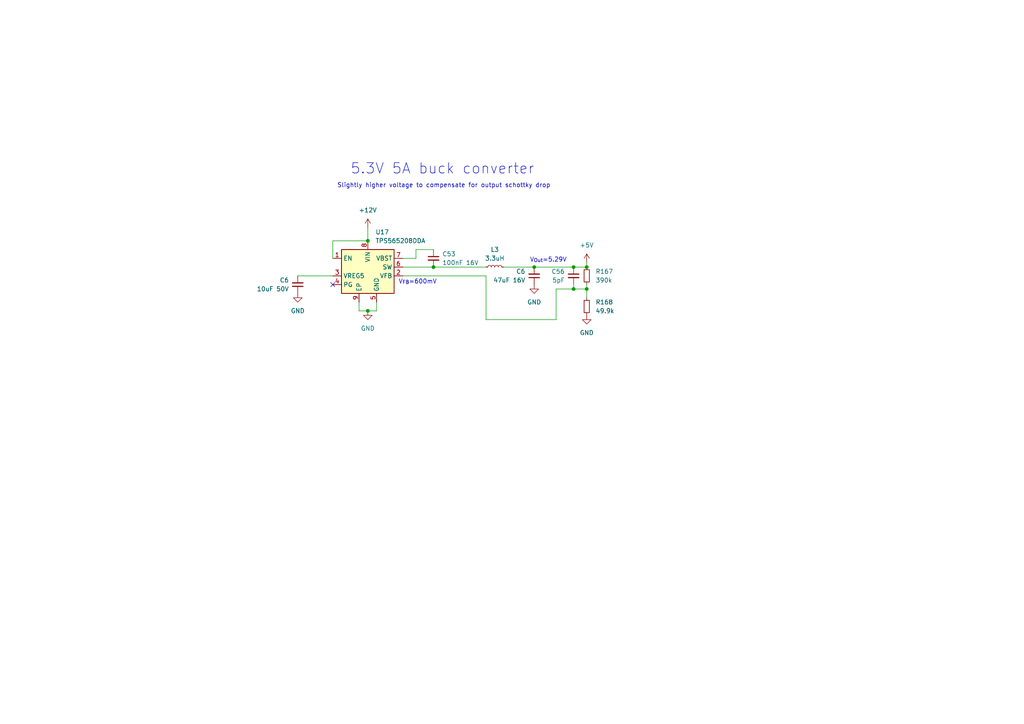
<source format=kicad_sch>
(kicad_sch (version 20230121) (generator eeschema)
  (paper "A4")
  (lib_symbols
    (symbol "Device:C_Small" (pin_numbers hide) (pin_names (offset 0.254) hide)
      (property "Reference" "C" (at 0.254 1.778 0))
      (property "Value" "C_Small" (at 0.254 -2.032 0))
      (symbol "C_Small_0_1"
        (polyline (pts (xy -1.524 -0.508) (xy 1.524 -0.508)) (stroke (width 0.3302)))
        (polyline (pts (xy -1.524 0.508) (xy 1.524 0.508)) (stroke (width 0.3048)))
      )
      (symbol "C_Small_1_1"
        (pin passive line (at 0 2.54 270) (length 2.032) (name "~") (number "1"))
        (pin passive line (at 0 -2.54 90) (length 2.032) (name "~") (number "2"))
      )
    )
    (symbol "Device:L_Small" (pin_numbers hide) (pin_names (offset 0.254) hide)
      (property "Reference" "L" (at 0.762 1.016 0))
      (property "Value" "L_Small" (at 0.762 -1.016 0))
      (symbol "L_Small_0_1"
        (arc (start 0 -2.032) (mid 0.5058 -1.524) (end 0 -1.016))
        (arc (start 0 -1.016) (mid 0.5058 -0.508) (end 0 0))
        (arc (start 0 0) (mid 0.5058 0.508) (end 0 1.016))
        (arc (start 0 1.016) (mid 0.5058 1.524) (end 0 2.032))
      )
      (symbol "L_Small_1_1"
        (pin passive line (at 0 2.54 270) (length 0.508) (name "~") (number "1"))
        (pin passive line (at 0 -2.54 90) (length 0.508) (name "~") (number "2"))
      )
    )
    (symbol "Device:R_Small" (pin_numbers hide) (pin_names (offset 0.254) hide)
      (property "Reference" "R" (at 0.762 0.508 0))
      (property "Value" "R_Small" (at 0.762 -1.016 0))
      (symbol "R_Small_0_1"
        (rectangle (start -0.762 1.778) (end 0.762 -1.778) (stroke (width 0.2032)))
      )
      (symbol "R_Small_1_1"
        (pin passive line (at 0 2.54 270) (length 0.762) (name "~") (number "1"))
        (pin passive line (at 0 -2.54 90) (length 0.762) (name "~") (number "2"))
      )
    )
    (symbol "Uli-RegSw:TPS565208DDA"
      (property "Reference" "U" (at -7.62 6.35 0))
      (property "Value" "TPS565208DDA" (at 2.54 6.35 0))
      (symbol "TPS565208DDA_0_1"
        (rectangle (start -7.62 5.08) (end 7.62 -7.62) (stroke (width 0.254)) (fill (type background)))
      )
      (symbol "TPS565208DDA_1_0"
        (pin output line (at -10.16 -2.54 0) (length 2.54) (name "VREG5") (number "3"))
        (pin open_collector line (at -10.16 -5.08 0) (length 2.54) (name "PG") (number "4"))
        (pin power_in line (at -2.54 -10.16 90) (length 2.54) (name "EP") (number "9"))
      )
      (symbol "TPS565208DDA_1_1"
        (pin input line (at -10.16 2.54 0) (length 2.54) (name "EN") (number "1"))
        (pin input line (at 10.16 -2.54 180) (length 2.54) (name "VFB") (number "2"))
        (pin power_in line (at 2.54 -10.16 90) (length 2.54) (name "GND") (number "5"))
        (pin output line (at 10.16 0 180) (length 2.54) (name "SW") (number "6"))
        (pin passive line (at 10.16 2.54 180) (length 2.54) (name "VBST") (number "7"))
        (pin power_in line (at 0 7.62 270) (length 2.54) (name "VIN") (number "8"))
      )
    )
    (symbol "power:+12V" (power) (pin_names (offset 0))
      (property "Value" "+12V" (at 0 3.556 0))
      (symbol "+12V_0_1"
        (polyline (pts (xy -0.762 1.27) (xy 0 2.54)))
        (polyline (pts (xy 0 0) (xy 0 2.54)))
        (polyline (pts (xy 0 2.54) (xy 0.762 1.27)))
      )
      (symbol "+12V_1_1"
        (pin power_in line (at 0 0 90) (length 0) hide (name "+12V") (number "1"))
      )
    )
    (symbol "power:+5V" (power) (pin_names (offset 0))
      (property "Value" "+5V" (at 0 3.556 0))
      (symbol "+5V_0_1"
        (polyline (pts (xy -0.762 1.27) (xy 0 2.54)))
        (polyline (pts (xy 0 0) (xy 0 2.54)))
        (polyline (pts (xy 0 2.54) (xy 0.762 1.27)))
      )
      (symbol "+5V_1_1"
        (pin power_in line (at 0 0 90) (length 0) hide (name "+5V") (number "1"))
      )
    )
    (symbol "power:GND" (power) (pin_names (offset 0))
      (property "Value" "GND" (at 0 -3.81 0))
      (symbol "GND_0_1"
        (polyline (pts (xy 0 0) (xy 0 -1.27) (xy 1.27 -1.27) (xy 0 -2.54) (xy -1.27 -1.27) (xy 0 -1.27)))
      )
      (symbol "GND_1_1"
        (pin power_in line (at 0 0 270) (length 0) hide (name "GND") (number "1"))
      )
    )
  )
  (junction (at 106.68 90.17))
  (junction (at 170.18 77.47))
  (junction (at 166.37 77.47))
  (junction (at 154.94 77.47))
  (junction (at 166.37 83.82))
  (junction (at 170.18 83.82))
  (junction (at 125.73 77.47))
  (junction (at 106.68 69.85))
  (no_connect (at 96.52 82.55))
  (wire (pts (xy 166.37 83.82) (xy 161.29 83.82)))
  (wire (pts (xy 120.65 72.39) (xy 125.73 72.39)))
  (wire (pts (xy 146.05 77.47) (xy 154.94 77.47)))
  (wire (pts (xy 96.52 74.93) (xy 96.52 69.85)))
  (wire (pts (xy 161.29 83.82) (xy 161.29 92.71)))
  (wire (pts (xy 170.18 76.2) (xy 170.18 77.47)))
  (wire (pts (xy 109.22 90.17) (xy 106.68 90.17)))
  (wire (pts (xy 120.65 74.93) (xy 120.65 72.39)))
  (wire (pts (xy 170.18 82.55) (xy 170.18 83.82)))
  (wire (pts (xy 170.18 83.82) (xy 166.37 83.82)))
  (wire (pts (xy 104.14 90.17) (xy 106.68 90.17)))
  (wire (pts (xy 104.14 87.63) (xy 104.14 90.17)))
  (wire (pts (xy 161.29 92.71) (xy 140.97 92.71)))
  (wire (pts (xy 170.18 83.82) (xy 170.18 86.36)))
  (wire (pts (xy 96.52 69.85) (xy 106.68 69.85)))
  (wire (pts (xy 125.73 77.47) (xy 140.97 77.47)))
  (wire (pts (xy 116.84 77.47) (xy 125.73 77.47)))
  (wire (pts (xy 140.97 92.71) (xy 140.97 80.01)))
  (wire (pts (xy 166.37 82.55) (xy 166.37 83.82)))
  (wire (pts (xy 86.36 80.01) (xy 96.52 80.01)))
  (wire (pts (xy 166.37 77.47) (xy 170.18 77.47)))
  (wire (pts (xy 116.84 74.93) (xy 120.65 74.93)))
  (wire (pts (xy 106.68 66.04) (xy 106.68 69.85)))
  (wire (pts (xy 109.22 87.63) (xy 109.22 90.17)))
  (wire (pts (xy 140.97 80.01) (xy 116.84 80.01)))
  (wire (pts (xy 154.94 77.47) (xy 166.37 77.47)))
  (text "Slightly higher voltage to compensate for output schottky drop" (at 97.79 54.61 0) (effects (font (size 1.27 1.27)) (justify left bottom)))
  (text "V_{Out}=5.29V" (at 153.67 76.2 0) (effects (font (size 1.27 1.27)) (justify left bottom)))
  (text "5.3V 5A buck converter" (at 101.6 50.8 0) (effects (font (size 3 3)) (justify left bottom)))
  (text "V_{FB}=600mV" (at 115.57 82.55 0) (effects (font (size 1.27 1.27)) (justify left bottom)))
  (symbol (lib_id "Device:C_Small") (at 125.73 74.93 0) (unit 1)
    (property "Reference" "C53" (at 128.27 73.6663 0) (effects (justify left)))
    (property "Value" "100nF 16V" (at 128.27 76.2063 0) (effects (justify left)))
    (property "Footprint" "Capacitor_SMD:C_0603_1608Metric" (effects hide))
    (instances (project "OpenPowerDistribution" (path "" (reference "C53") (unit 1)) (path "" (reference "C54") (unit 1))))
  )
  (symbol (lib_id "Device:L_Small") (at 143.51 77.47 90) (unit 1)
    (property "Reference" "L3" (at 143.51 72.39 90))
    (property "Value" "3.3uH" (at 143.51 74.93 90))
    (property "Footprint" "Inductor_SMD:L_Bourns_SRP7028A_7.3x6.6mm" (effects hide))
    (property "MPN" "MDA7030-3R3M" (effects hide))
    (property "LCSC Part#" "C2847482" (effects hide))
  )
  (symbol (lib_id "Device:R_Small") (at 170.18 80.01 0) (unit 1)
    (property "Reference" "R167" (at 172.72 78.74 0) (effects (justify left)))
    (property "Value" "390k" (at 172.72 81.28 0) (effects (justify left)))
    (property "Footprint" "Resistor_SMD:R_0603_1608Metric" (effects hide))
  )
  (symbol (lib_id "power:GND") (at 170.18 91.44 0) (unit 1)
    (property "Reference" "#PWR0159" (effects hide))
    (property "Value" "GND" (at 170.18 96.52 0))
  )
  (symbol (lib_id "power:GND") (at 86.36 85.09 0) (unit 1)
    (property "Reference" "#PWR0156" (effects hide))
    (property "Value" "GND" (at 86.36 90.17 0))
    (instances (project "OpenPowerDistribution" (path "" (reference "#PWR0156") (unit 1)) (path "" (reference "#PWR0154") (unit 1))))
  )
  (symbol (lib_id "power:GND") (at 106.68 90.17 0) (unit 1)
    (property "Reference" "#PWR0155" (effects hide))
    (property "Value" "GND" (at 106.68 95.25 0))
    (instances (project "OpenPowerDistribution" (path "" (reference "#PWR0155") (unit 1)) (path "" (reference "#PWR0156") (unit 1))))
  )
  (symbol (lib_id "Device:R_Small") (at 170.18 88.9 0) (unit 1)
    (property "Reference" "R168" (at 172.72 87.63 0) (effects (justify left)))
    (property "Value" "49.9k" (at 172.72 90.17 0) (effects (justify left)))
    (property "Footprint" "Resistor_SMD:R_0603_1608Metric" (effects hide))
  )
  (symbol (lib_id "Device:C_Small") (at 166.37 80.01 0) (unit 1)
    (property "Reference" "C56" (at 163.83 78.7463 0) (effects (justify right)))
    (property "Value" "5pF" (at 163.83 81.2863 0) (effects (justify right)))
  )
  (symbol (lib_id "Device:C_Small") (at 86.36 82.55 0) (mirror x) (unit 1)
    (property "Reference" "C6" (at 83.82 81.2736 0) (effects (justify right)))
    (property "Value" "10uF 50V" (at 83.82 83.8136 0) (effects (justify right)))
    (property "Footprint" "Capacitor_SMD:C_1206_3216Metric" (effects hide))
    (property "MPN" "CL31A106KBHNNNE" (effects hide))
    (property "LCSC Part#" "C13585" (effects hide))
    (instances (project "OpenPowerDistribution" (path "" (reference "C6") (unit 1)) (path "" (reference "C54") (unit 1)) (path "" (reference "C53") (unit 1))))
  )
  (symbol (lib_id "power:GND") (at 154.94 82.55 0) (unit 1)
    (property "Reference" "#PWR0157" (effects hide))
    (property "Value" "GND" (at 154.94 87.63 0))
  )
  (symbol (lib_id "power:+12V") (at 106.68 66.04 0) (unit 1)
    (property "Reference" "#PWR0154" (effects hide))
    (property "Value" "+12V" (at 106.68 60.96 0))
    (instances (project "OpenPowerDistribution" (path "" (reference "#PWR0154") (unit 1)) (path "" (reference "#PWR0155") (unit 1))))
  )
  (symbol (lib_id "Device:C_Small") (at 154.94 80.01 0) (mirror x) (unit 1)
    (property "Reference" "C6" (at 152.4 78.7336 0) (effects (justify right)))
    (property "Value" "47uF 16V" (at 152.4 81.2736 0) (effects (justify right)))
    (property "Footprint" "Capacitor_SMD:C_1210_3225Metric" (effects hide))
    (property "MPN" "CS3225X5R476K160NRL" (effects hide))
    (property "LCSC Part#" "C2918513" (effects hide))
    (instances (project "OpenPowerDistribution" (path "" (reference "C6") (unit 1)) (path "" (reference "C55") (unit 1)) (path "" (reference "C55") (unit 1))))
  )
  (symbol (lib_id "power:+5V") (at 170.18 76.2 0) (unit 1)
    (property "Reference" "#PWR0158" (effects hide))
    (property "Value" "+5V" (at 170.18 71.12 0))
  )
  (symbol (lib_id "Uli-RegSw:TPS565208DDA") (at 106.68 77.47 0) (unit 1)
    (property "Reference" "U17" (at 108.8741 67.31 0) (effects (justify left)))
    (property "Value" "TPS565208DDA" (at 108.8741 69.85 0) (effects (justify left)))
    (property "Footprint" "Package_SO:Texas_HSOP-8-1EP_3.9x4.9mm_P1.27mm" (effects hide))
    (property "Datasheet" "https://www.ti.com/lit/ds/symlink/tps56528.pdf" (effects hide))
  )
)
</source>
